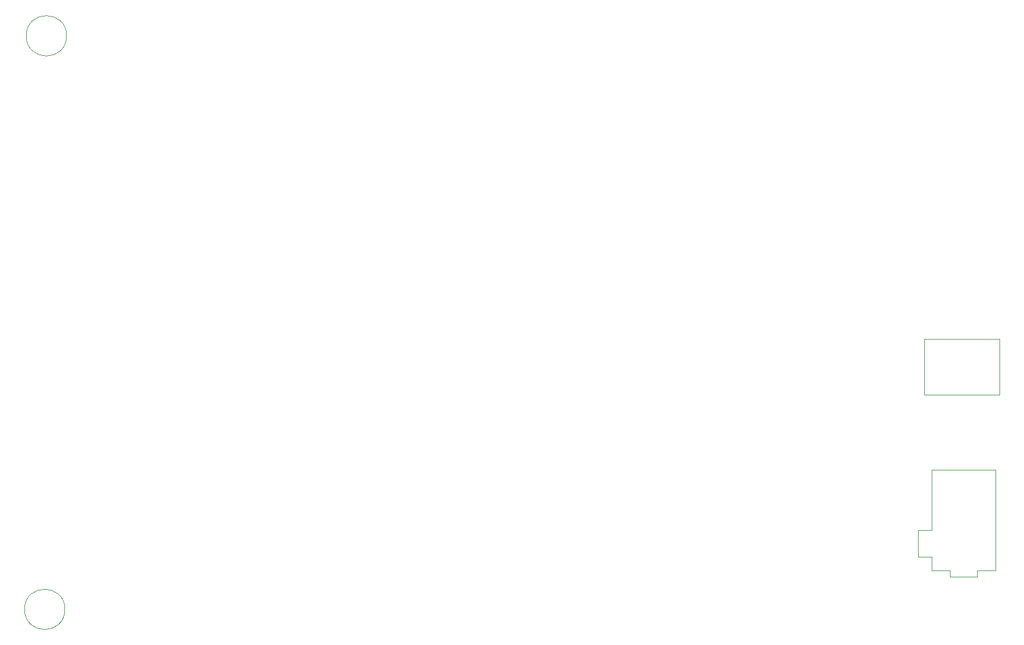
<source format=gbr>
G04 #@! TF.GenerationSoftware,KiCad,Pcbnew,(5.1.2)-2*
G04 #@! TF.CreationDate,2019-10-16T14:21:29+08:00*
G04 #@! TF.ProjectId,BrainPower,42726169-6e50-46f7-9765-722e6b696361,rev?*
G04 #@! TF.SameCoordinates,Original*
G04 #@! TF.FileFunction,Other,User*
%FSLAX46Y46*%
G04 Gerber Fmt 4.6, Leading zero omitted, Abs format (unit mm)*
G04 Created by KiCad (PCBNEW (5.1.2)-2) date 2019-10-16 14:21:29*
%MOMM*%
%LPD*%
G04 APERTURE LIST*
%ADD10C,0.050000*%
G04 APERTURE END LIST*
D10*
X222496000Y-106275000D02*
X211336000Y-106275000D01*
X222496000Y-114525000D02*
X222496000Y-106275000D01*
X211336000Y-114525000D02*
X222496000Y-114525000D01*
X211336000Y-106275000D02*
X211336000Y-114525000D01*
X212420000Y-125700000D02*
X221920000Y-125700000D01*
X212420000Y-134700000D02*
X212420000Y-125700000D01*
X210420000Y-134700000D02*
X212420000Y-134700000D01*
X210420000Y-138700000D02*
X210420000Y-134700000D01*
X212420000Y-138700000D02*
X210420000Y-138700000D01*
X212420000Y-140700000D02*
X212420000Y-138700000D01*
X215170000Y-140700000D02*
X212420000Y-140700000D01*
X215170000Y-141700000D02*
X215170000Y-140700000D01*
X219170000Y-141700000D02*
X215170000Y-141700000D01*
X219170000Y-140700000D02*
X219170000Y-141700000D01*
X221670000Y-140700000D02*
X219170000Y-140700000D01*
X221920000Y-140700000D02*
X221920000Y-125700000D01*
X221670000Y-140700000D02*
X221920000Y-140700000D01*
X83822800Y-61137800D02*
G75*
G03X83822800Y-61137800I-3000000J0D01*
G01*
X83568800Y-146507200D02*
G75*
G03X83568800Y-146507200I-3000000J0D01*
G01*
M02*

</source>
